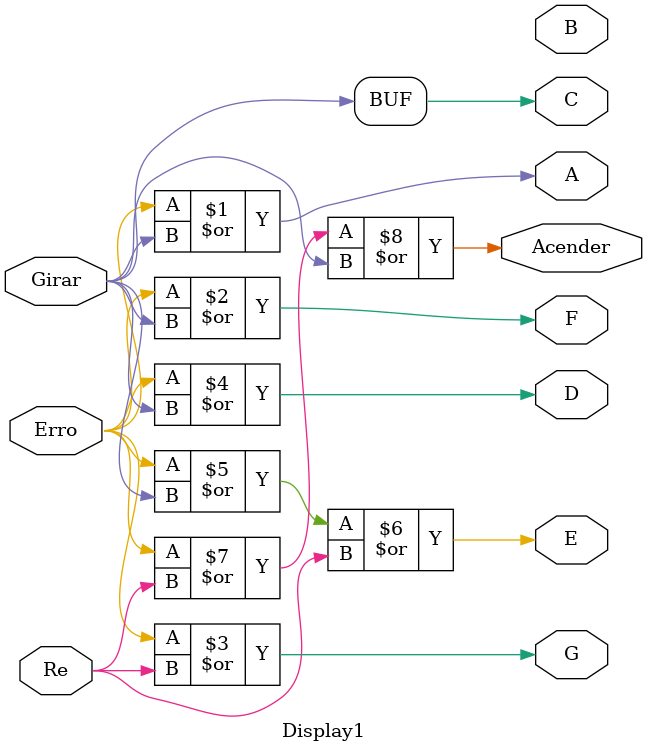
<source format=v>
module Display1(
	input Erro,
	input Re,
	input Girar,
	output A,
	output B,
	output C,
	output D,
	output E,
	output F,
	output G,
	output Acender
);
	or(A, Erro, Girar);
	or(F, Erro, Girar);
	or(G, Erro, Re);
	or(C, Girar);
	or(D, Erro, Girar);
	or(E, Erro, Girar, Re);
	
	or(Acender, Erro, Re, Girar);
endmodule
</source>
